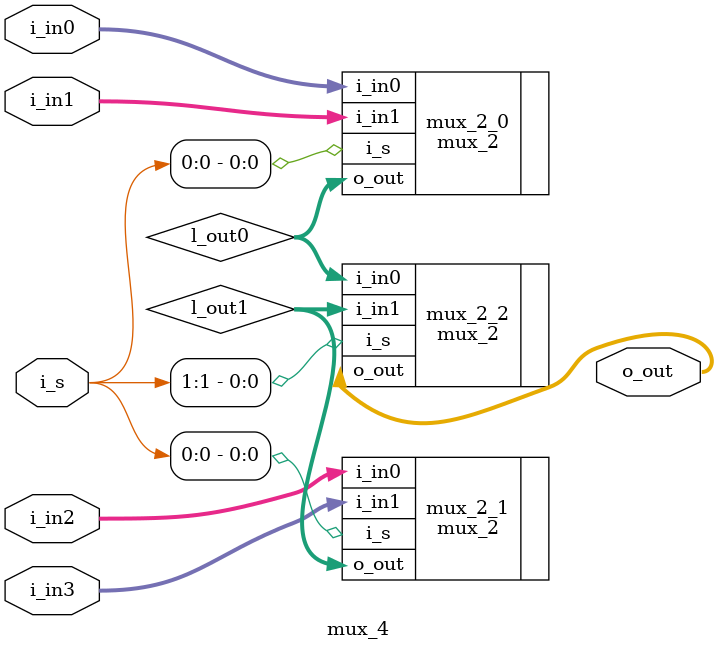
<source format=sv>
/**
 *4er Mux für N bits
 **/
module mux_4 #(parameter N=64) (input  logic [N-1:0]    i_in0,
                                                        i_in1,
                                                        i_in2,
                                                        i_in3,
                                input  logic [1:0]      i_s,
                                output logic [N-1:0]    o_out );
    logic [N-1:0] l_out0;
    logic [N-1:0] l_out1;

    mux_2 #(.N(N)) mux_2_0 ( .i_in0 ( i_in0 ),
                            .i_in1 ( i_in1 ),
                            .i_s   ( i_s[0] ),
                            .o_out ( l_out0 ) );

    mux_2 #(.N(N)) mux_2_1 ( .i_in0 ( i_in2 ),
                            .i_in1 ( i_in3 ),
                            .i_s   ( i_s[0] ),
                            .o_out ( l_out1 ) );

    mux_2 #(.N(N)) mux_2_2 ( .i_in0 ( l_out0 ),
                            .i_in1 ( l_out1 ),
                            .i_s   ( i_s[1] ),
                            .o_out ( o_out ) );
endmodule
</source>
